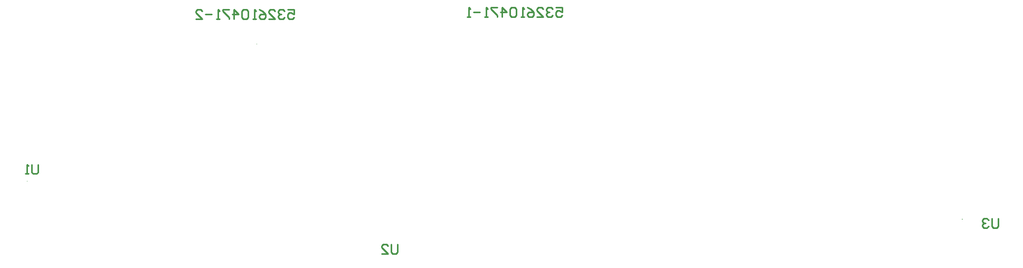
<source format=gbo>
G04 Layer_Color=32896*
%FSLAX42Y42*%
%MOMM*%
G71*
G01*
G75*
%ADD11C,0.25*%
%ADD27C,0.10*%
D11*
X19380Y4013D02*
Y3886D01*
X19355Y3861D01*
X19304D01*
X19279Y3886D01*
Y4013D01*
X19228Y3988D02*
X19202Y4013D01*
X19152D01*
X19126Y3988D01*
Y3962D01*
X19152Y3937D01*
X19177D01*
X19152D01*
X19126Y3912D01*
Y3886D01*
X19152Y3861D01*
X19202D01*
X19228Y3886D01*
X9746Y3600D02*
Y3473D01*
X9720Y3448D01*
X9669D01*
X9644Y3473D01*
Y3600D01*
X9492Y3448D02*
X9593D01*
X9492Y3550D01*
Y3575D01*
X9517Y3600D01*
X9568D01*
X9593Y3575D01*
X3980Y4883D02*
Y4756D01*
X3954Y4731D01*
X3904D01*
X3878Y4756D01*
Y4883D01*
X3827Y4731D02*
X3777D01*
X3802D01*
Y4883D01*
X3827Y4858D01*
X7987Y7366D02*
X8088D01*
Y7290D01*
X8038Y7315D01*
X8012D01*
X7987Y7290D01*
Y7239D01*
X8012Y7214D01*
X8063D01*
X8088Y7239D01*
X7936Y7341D02*
X7911Y7366D01*
X7860D01*
X7834Y7341D01*
Y7315D01*
X7860Y7290D01*
X7885D01*
X7860D01*
X7834Y7264D01*
Y7239D01*
X7860Y7214D01*
X7911D01*
X7936Y7239D01*
X7682Y7214D02*
X7784D01*
X7682Y7315D01*
Y7341D01*
X7707Y7366D01*
X7758D01*
X7784Y7341D01*
X7530Y7366D02*
X7580Y7341D01*
X7631Y7290D01*
Y7239D01*
X7606Y7214D01*
X7555D01*
X7530Y7239D01*
Y7264D01*
X7555Y7290D01*
X7631D01*
X7479Y7214D02*
X7428D01*
X7454D01*
Y7366D01*
X7479Y7341D01*
X7352D02*
X7327Y7366D01*
X7276D01*
X7250Y7341D01*
Y7239D01*
X7276Y7214D01*
X7327D01*
X7352Y7239D01*
Y7341D01*
X7123Y7214D02*
Y7366D01*
X7200Y7290D01*
X7098D01*
X7047Y7366D02*
X6946D01*
Y7341D01*
X7047Y7239D01*
Y7214D01*
X6895D02*
X6844D01*
X6869D01*
Y7366D01*
X6895Y7341D01*
X6768Y7290D02*
X6666D01*
X6514Y7214D02*
X6616D01*
X6514Y7315D01*
Y7341D01*
X6539Y7366D01*
X6590D01*
X6616Y7341D01*
X12292Y7404D02*
X12394D01*
Y7328D01*
X12343Y7353D01*
X12317D01*
X12292Y7328D01*
Y7277D01*
X12317Y7252D01*
X12368D01*
X12394Y7277D01*
X12241Y7379D02*
X12216Y7404D01*
X12165D01*
X12140Y7379D01*
Y7353D01*
X12165Y7328D01*
X12190D01*
X12165D01*
X12140Y7302D01*
Y7277D01*
X12165Y7252D01*
X12216D01*
X12241Y7277D01*
X11987Y7252D02*
X12089D01*
X11987Y7353D01*
Y7379D01*
X12013Y7404D01*
X12064D01*
X12089Y7379D01*
X11835Y7404D02*
X11886Y7379D01*
X11937Y7328D01*
Y7277D01*
X11911Y7252D01*
X11860D01*
X11835Y7277D01*
Y7302D01*
X11860Y7328D01*
X11937D01*
X11784Y7252D02*
X11733D01*
X11759D01*
Y7404D01*
X11784Y7379D01*
X11657D02*
X11632Y7404D01*
X11581D01*
X11556Y7379D01*
Y7277D01*
X11581Y7252D01*
X11632D01*
X11657Y7277D01*
Y7379D01*
X11429Y7252D02*
Y7404D01*
X11505Y7328D01*
X11403D01*
X11353Y7404D02*
X11251D01*
Y7379D01*
X11353Y7277D01*
Y7252D01*
X11200D02*
X11149D01*
X11175D01*
Y7404D01*
X11200Y7379D01*
X11073Y7328D02*
X10972D01*
X10921Y7252D02*
X10870D01*
X10895D01*
Y7404D01*
X10921Y7379D01*
D27*
X11789Y6853D02*
G03*
X11789Y6853I-5J0D01*
G01*
X7500Y6817D02*
G03*
X7500Y6817I-5J0D01*
G01*
X3812Y4615D02*
G03*
X3812Y4615I-5J0D01*
G01*
X9578Y3332D02*
G03*
X9578Y3332I-5J0D01*
G01*
X18811Y4005D02*
G03*
X18811Y4005I-5J0D01*
G01*
M02*

</source>
